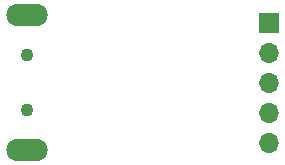
<source format=gbs>
%TF.GenerationSoftware,KiCad,Pcbnew,(6.0.4-0)*%
%TF.CreationDate,2022-04-26T17:29:11+08:00*%
%TF.ProjectId,usb-ttl,7573622d-7474-46c2-9e6b-696361645f70,rev?*%
%TF.SameCoordinates,Original*%
%TF.FileFunction,Soldermask,Bot*%
%TF.FilePolarity,Negative*%
%FSLAX46Y46*%
G04 Gerber Fmt 4.6, Leading zero omitted, Abs format (unit mm)*
G04 Created by KiCad (PCBNEW (6.0.4-0)) date 2022-04-26 17:29:11*
%MOMM*%
%LPD*%
G01*
G04 APERTURE LIST*
%ADD10O,1.700000X1.700000*%
%ADD11R,1.700000X1.700000*%
%ADD12C,1.100000*%
%ADD13O,3.500000X1.900000*%
G04 APERTURE END LIST*
D10*
%TO.C,J2*%
X183525000Y-97080000D03*
X183525000Y-94540000D03*
X183525000Y-92000000D03*
X183525000Y-89460000D03*
D11*
X183525000Y-86920000D03*
%TD*%
D12*
%TO.C,J1*%
X163100000Y-89700000D03*
X163100000Y-94300000D03*
D13*
X163100000Y-86300000D03*
X163100000Y-97700000D03*
%TD*%
M02*

</source>
